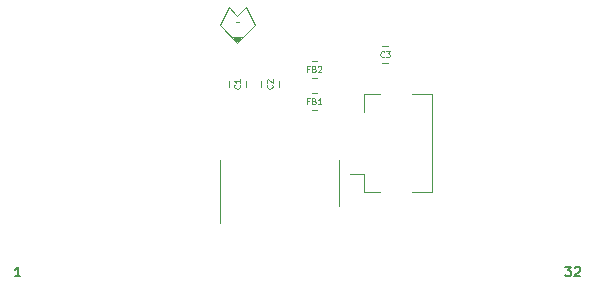
<source format=gbr>
%TF.GenerationSoftware,KiCad,Pcbnew,(6.0.11-0)*%
%TF.CreationDate,2023-06-20T20:05:40-05:00*%
%TF.ProjectId,TypePak,54797065-5061-46b2-9e6b-696361645f70,rev?*%
%TF.SameCoordinates,Original*%
%TF.FileFunction,Legend,Top*%
%TF.FilePolarity,Positive*%
%FSLAX46Y46*%
G04 Gerber Fmt 4.6, Leading zero omitted, Abs format (unit mm)*
G04 Created by KiCad (PCBNEW (6.0.11-0)) date 2023-06-20 20:05:40*
%MOMM*%
%LPD*%
G01*
G04 APERTURE LIST*
%ADD10C,0.120000*%
%ADD11C,0.080000*%
%ADD12C,0.150000*%
G04 APERTURE END LIST*
D10*
X144625000Y-88000000D02*
X144875000Y-88000000D01*
X145500000Y-86750000D02*
X144750000Y-87500000D01*
X144750000Y-89750000D02*
X146250000Y-88250000D01*
X146250000Y-88250000D02*
X145500000Y-86750000D01*
X144750000Y-89750000D02*
X143250000Y-88250000D01*
X144250000Y-89250000D02*
X145250000Y-89250000D01*
X144000000Y-86750000D02*
X143250000Y-88250000D01*
X144000000Y-86750000D02*
X144750000Y-87500000D01*
D11*
%TO.C,FB1*%
X150833333Y-94714285D02*
X150666666Y-94714285D01*
X150666666Y-94976190D02*
X150666666Y-94476190D01*
X150904761Y-94476190D01*
X151261904Y-94714285D02*
X151333333Y-94738095D01*
X151357142Y-94761904D01*
X151380952Y-94809523D01*
X151380952Y-94880952D01*
X151357142Y-94928571D01*
X151333333Y-94952380D01*
X151285714Y-94976190D01*
X151095238Y-94976190D01*
X151095238Y-94476190D01*
X151261904Y-94476190D01*
X151309523Y-94500000D01*
X151333333Y-94523809D01*
X151357142Y-94571428D01*
X151357142Y-94619047D01*
X151333333Y-94666666D01*
X151309523Y-94690476D01*
X151261904Y-94714285D01*
X151095238Y-94714285D01*
X151857142Y-94976190D02*
X151571428Y-94976190D01*
X151714285Y-94976190D02*
X151714285Y-94476190D01*
X151666666Y-94547619D01*
X151619047Y-94595238D01*
X151571428Y-94619047D01*
D12*
%TO.C,J1*%
X126378571Y-109536904D02*
X125921428Y-109536904D01*
X126150000Y-109536904D02*
X126150000Y-108736904D01*
X126073809Y-108851190D01*
X125997619Y-108927380D01*
X125921428Y-108965476D01*
X172502380Y-108736904D02*
X172997619Y-108736904D01*
X172730952Y-109041666D01*
X172845238Y-109041666D01*
X172921428Y-109079761D01*
X172959523Y-109117857D01*
X172997619Y-109194047D01*
X172997619Y-109384523D01*
X172959523Y-109460714D01*
X172921428Y-109498809D01*
X172845238Y-109536904D01*
X172616666Y-109536904D01*
X172540476Y-109498809D01*
X172502380Y-109460714D01*
X173302380Y-108813095D02*
X173340476Y-108775000D01*
X173416666Y-108736904D01*
X173607142Y-108736904D01*
X173683333Y-108775000D01*
X173721428Y-108813095D01*
X173759523Y-108889285D01*
X173759523Y-108965476D01*
X173721428Y-109079761D01*
X173264285Y-109536904D01*
X173759523Y-109536904D01*
D11*
%TO.C,FB2*%
X150833333Y-91964285D02*
X150666666Y-91964285D01*
X150666666Y-92226190D02*
X150666666Y-91726190D01*
X150904761Y-91726190D01*
X151261904Y-91964285D02*
X151333333Y-91988095D01*
X151357142Y-92011904D01*
X151380952Y-92059523D01*
X151380952Y-92130952D01*
X151357142Y-92178571D01*
X151333333Y-92202380D01*
X151285714Y-92226190D01*
X151095238Y-92226190D01*
X151095238Y-91726190D01*
X151261904Y-91726190D01*
X151309523Y-91750000D01*
X151333333Y-91773809D01*
X151357142Y-91821428D01*
X151357142Y-91869047D01*
X151333333Y-91916666D01*
X151309523Y-91940476D01*
X151261904Y-91964285D01*
X151095238Y-91964285D01*
X151571428Y-91773809D02*
X151595238Y-91750000D01*
X151642857Y-91726190D01*
X151761904Y-91726190D01*
X151809523Y-91750000D01*
X151833333Y-91773809D01*
X151857142Y-91821428D01*
X151857142Y-91869047D01*
X151833333Y-91940476D01*
X151547619Y-92226190D01*
X151857142Y-92226190D01*
%TO.C,C1*%
X144928571Y-93333333D02*
X144952380Y-93357142D01*
X144976190Y-93428571D01*
X144976190Y-93476190D01*
X144952380Y-93547619D01*
X144904761Y-93595238D01*
X144857142Y-93619047D01*
X144761904Y-93642857D01*
X144690476Y-93642857D01*
X144595238Y-93619047D01*
X144547619Y-93595238D01*
X144500000Y-93547619D01*
X144476190Y-93476190D01*
X144476190Y-93428571D01*
X144500000Y-93357142D01*
X144523809Y-93333333D01*
X144976190Y-92857142D02*
X144976190Y-93142857D01*
X144976190Y-93000000D02*
X144476190Y-93000000D01*
X144547619Y-93047619D01*
X144595238Y-93095238D01*
X144619047Y-93142857D01*
%TO.C,C3*%
X157166666Y-90928571D02*
X157142857Y-90952380D01*
X157071428Y-90976190D01*
X157023809Y-90976190D01*
X156952380Y-90952380D01*
X156904761Y-90904761D01*
X156880952Y-90857142D01*
X156857142Y-90761904D01*
X156857142Y-90690476D01*
X156880952Y-90595238D01*
X156904761Y-90547619D01*
X156952380Y-90500000D01*
X157023809Y-90476190D01*
X157071428Y-90476190D01*
X157142857Y-90500000D01*
X157166666Y-90523809D01*
X157333333Y-90476190D02*
X157642857Y-90476190D01*
X157476190Y-90666666D01*
X157547619Y-90666666D01*
X157595238Y-90690476D01*
X157619047Y-90714285D01*
X157642857Y-90761904D01*
X157642857Y-90880952D01*
X157619047Y-90928571D01*
X157595238Y-90952380D01*
X157547619Y-90976190D01*
X157404761Y-90976190D01*
X157357142Y-90952380D01*
X157333333Y-90928571D01*
%TO.C,C2*%
X147678571Y-93333333D02*
X147702380Y-93357142D01*
X147726190Y-93428571D01*
X147726190Y-93476190D01*
X147702380Y-93547619D01*
X147654761Y-93595238D01*
X147607142Y-93619047D01*
X147511904Y-93642857D01*
X147440476Y-93642857D01*
X147345238Y-93619047D01*
X147297619Y-93595238D01*
X147250000Y-93547619D01*
X147226190Y-93476190D01*
X147226190Y-93428571D01*
X147250000Y-93357142D01*
X147273809Y-93333333D01*
X147273809Y-93142857D02*
X147250000Y-93119047D01*
X147226190Y-93071428D01*
X147226190Y-92952380D01*
X147250000Y-92904761D01*
X147273809Y-92880952D01*
X147321428Y-92857142D01*
X147369047Y-92857142D01*
X147440476Y-92880952D01*
X147726190Y-93166666D01*
X147726190Y-92857142D01*
D10*
%TO.C,FB1*%
X151477064Y-95485000D02*
X151022936Y-95485000D01*
X151477064Y-94015000D02*
X151022936Y-94015000D01*
%TO.C,FB2*%
X151022936Y-92735000D02*
X151477064Y-92735000D01*
X151022936Y-91265000D02*
X151477064Y-91265000D01*
%TO.C,C1*%
X144015000Y-93511252D02*
X144015000Y-92988748D01*
X145485000Y-93511252D02*
X145485000Y-92988748D01*
%TO.C,C3*%
X157511252Y-91485000D02*
X156988748Y-91485000D01*
X157511252Y-90015000D02*
X156988748Y-90015000D01*
%TO.C,U2*%
X143240000Y-101600000D02*
X143240000Y-105050000D01*
X153360000Y-101600000D02*
X153360000Y-103550000D01*
X143240000Y-101600000D02*
X143240000Y-99650000D01*
X153360000Y-101600000D02*
X153360000Y-99650000D01*
%TO.C,C2*%
X146765000Y-93511252D02*
X146765000Y-92988748D01*
X148235000Y-93511252D02*
X148235000Y-92988748D01*
%TO.C,J3*%
X161250000Y-94100000D02*
X159510000Y-94100000D01*
X155450000Y-102400000D02*
X156790000Y-102400000D01*
X155450000Y-94100000D02*
X156790000Y-94100000D01*
X159510000Y-102400000D02*
X161250000Y-102400000D01*
X155450000Y-95590000D02*
X155450000Y-94100000D01*
X161250000Y-102400000D02*
X161250000Y-94100000D01*
X155450000Y-100910000D02*
X154250000Y-100910000D01*
X155450000Y-100910000D02*
X155450000Y-102400000D01*
%TD*%
G36*
X145013931Y-89270002D02*
G01*
X145060424Y-89323658D01*
X145070528Y-89393932D01*
X145041034Y-89458512D01*
X145034905Y-89465095D01*
X144839095Y-89660905D01*
X144776783Y-89694931D01*
X144705968Y-89689866D01*
X144660905Y-89660905D01*
X144465095Y-89465095D01*
X144431069Y-89402783D01*
X144436134Y-89331968D01*
X144478681Y-89275132D01*
X144545201Y-89250321D01*
X144554190Y-89250000D01*
X144945810Y-89250000D01*
X145013931Y-89270002D01*
G37*
M02*

</source>
